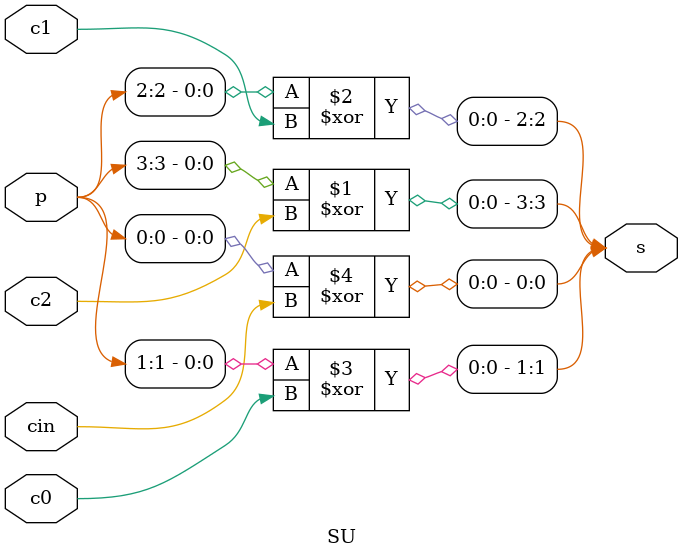
<source format=v>
/*
Dimitrios Papageorgacopoulos
Posnett
CSC137
CSUS
9 April 2019

The following is a 4 bit Sum Unit to be used as the 
last part of a four bit adder/subtractor.
*/

module SU(s,p,c2,c1,c0,cin);
input [3:0]p;
input c2,c1,c0,cin;
output [3:0]s;

xor s3XOR(s[3], p[3], c2);
xor s2XOR(s[2], p[2], c1);
xor s1XOR(s[1], p[1], c0);
xor s0XOR(s[0], p[0], cin);

endmodule
/*
module SU_tb();
	reg [3:0]p;
	reg c2,c1,c0,cin;
	wire [3:0]s;
	
	SU mySU(
	.s(s),
	.p(p),
	.c2(c2),
	.c1(c1),
	.c0(c0),
	.cin(cin)
	);
	
	initial begin
	//$monitor("inputs:p[0]=%b,g[0]=%b,p[1]=%b,g[1]=%b,p[2]=%b,g[2]=%b,p[3]=%b,g[3]=%b", p[0],g[0],p[1],g[1],p[2],g[2],p[3],g[3]);
	$monitor("outputs:%b %b %b %b", s[3],s[2],s[1],s[0]);
	end
	
	initial begin
		#10;
		p = 4'b0000 ;
		c2 = 1;
		c1 = 0;
		c0 = 1;
		cin =0; 
		//
		#10;
		c2 = 0;
		c1 = 0;
		c0 = 0;
		cin =1;
		p = 4'b0000;
		#10;
		c2 = 1;
		c1 = 0;
		c0 = 1;
		cin =0; 
		p = 4'b0011;
	end

endmodule
*/
</source>
